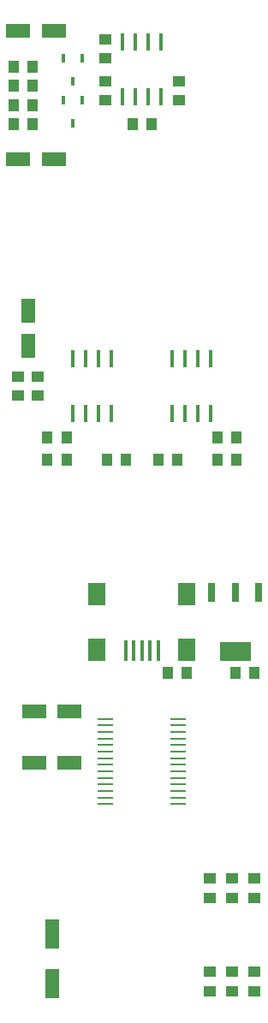
<source format=gbr>
G04 DipTrace 3.1.0.1*
G04 Âåðõíÿÿï.ìàñêà.gbr*
%MOIN*%
G04 #@! TF.FileFunction,Paste,Top*
G04 #@! TF.Part,Single*
%ADD52R,0.062992X0.007874*%
%ADD54R,0.120079X0.076772*%
%ADD56R,0.029528X0.076772*%
%ADD58R,0.070866X0.090551*%
%ADD60R,0.011811X0.082677*%
%ADD62R,0.055118X0.116142*%
%ADD68R,0.055118X0.09252*%
%ADD70R,0.015748X0.070866*%
%ADD72R,0.051181X0.043307*%
%ADD74R,0.017717X0.033465*%
%ADD86R,0.043307X0.051181*%
%ADD88R,0.09252X0.055118*%
%FSLAX26Y26*%
G04*
G70*
G90*
G75*
G01*
G04 TopPaste*
%LPD*%
D88*
X181119Y3787730D3*
X318915D3*
X181119Y3287672D3*
X318915D3*
D86*
X237413Y3575207D3*
X162610D3*
X237413Y3500199D3*
X162610D3*
D74*
X431286Y3681469D3*
X356483D3*
X393885Y3590917D3*
X431286Y3518951D3*
X356483D3*
X393885Y3428400D3*
D72*
X806325Y3519054D3*
Y3593857D3*
D86*
X625056Y3425192D3*
X699860D3*
D72*
X518795Y3519054D3*
Y3593857D3*
Y3756374D3*
Y3681571D3*
D86*
X162610Y3425192D3*
X237413D3*
Y3650215D3*
X162610D3*
D70*
X737560Y3744013D3*
X687560D3*
X637560D3*
X587560D3*
Y3531415D3*
X637560D3*
X687560D3*
X737560D3*
D68*
X218896Y2700249D3*
Y2562454D3*
D72*
X181392Y2443730D3*
Y2368927D3*
D86*
X725222Y2118869D3*
X800025D3*
X1031274D3*
X956471D3*
X1031274Y2206369D3*
X956471D3*
X293971D3*
X368774D3*
Y2118869D3*
X293971D3*
X600025D3*
X525222D3*
D72*
X256400Y2443730D3*
Y2368927D3*
D70*
X543873Y2512618D3*
X493873D3*
X443873D3*
X393873D3*
Y2300020D3*
X443873D3*
X493873D3*
X543873D3*
X931373Y2512618D3*
X881373D3*
X831373D3*
X781373D3*
Y2300020D3*
X831373D3*
X881373D3*
X931373D3*
D88*
X243774Y1137618D3*
X381570D3*
X243774Y937597D3*
X381570D3*
D86*
X762597Y1287499D3*
X837400D3*
X1025097D3*
X1099900D3*
D62*
X312531Y78560D3*
Y271474D3*
D72*
X1100001Y124896D3*
Y50093D3*
X1012501Y124896D3*
Y50093D3*
X925096Y124909D3*
Y50106D3*
D60*
X725491Y1375294D3*
X693995D3*
X662499D3*
X631003D3*
X599507D3*
D58*
X837696Y1379231D3*
X487302D3*
X837696Y1595766D3*
X487302D3*
D72*
X1100001Y412598D3*
Y487402D3*
X1012501Y412598D3*
Y487402D3*
X925096Y487448D3*
Y412644D3*
D56*
X1115550Y1601672D3*
X1024999D3*
X934448D3*
D54*
X1024999Y1373325D3*
D52*
X804235Y777411D3*
Y803001D3*
Y828592D3*
Y854182D3*
Y879773D3*
Y905364D3*
Y930954D3*
Y956545D3*
Y982135D3*
Y1007726D3*
Y1033316D3*
Y1058907D3*
Y1084497D3*
Y1110088D3*
X520762D3*
X520770Y1084497D3*
Y1058907D3*
Y1033316D3*
Y1007726D3*
Y982135D3*
Y956545D3*
Y930954D3*
Y905364D3*
Y879773D3*
Y854182D3*
Y828592D3*
Y803001D3*
Y777411D3*
M02*

</source>
